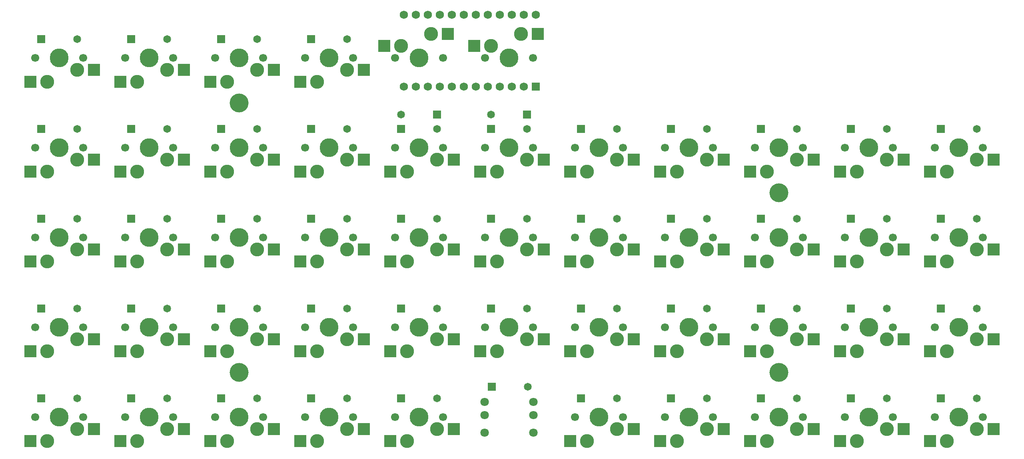
<source format=gbs>
G04 #@! TF.GenerationSoftware,KiCad,Pcbnew,(5.1.10)-1*
G04 #@! TF.CreationDate,2021-10-22T01:42:52-05:00*
G04 #@! TF.ProjectId,DTM,44544d2e-6b69-4636-9164-5f7063625858,rev?*
G04 #@! TF.SameCoordinates,Original*
G04 #@! TF.FileFunction,Soldermask,Bot*
G04 #@! TF.FilePolarity,Negative*
%FSLAX46Y46*%
G04 Gerber Fmt 4.6, Leading zero omitted, Abs format (unit mm)*
G04 Created by KiCad (PCBNEW (5.1.10)-1) date 2021-10-22 01:42:52*
%MOMM*%
%LPD*%
G01*
G04 APERTURE LIST*
%ADD10C,4.000000*%
%ADD11R,2.550000X2.500000*%
%ADD12C,3.980180*%
%ADD13C,2.950000*%
%ADD14C,1.700000*%
%ADD15R,1.651000X1.651000*%
%ADD16C,1.651000*%
%ADD17C,1.800000*%
%ADD18C,1.752600*%
%ADD19R,1.752600X1.752600*%
G04 APERTURE END LIST*
D10*
X88100000Y-59525000D03*
X202400000Y-116675000D03*
X88100000Y-116675000D03*
X202400000Y-78575000D03*
D11*
X76410000Y-52540000D03*
D12*
X69050000Y-50000000D03*
D13*
X66510000Y-55080000D03*
X72860000Y-52540000D03*
D11*
X62960000Y-55080000D03*
D14*
X63970000Y-50000000D03*
X74130000Y-50000000D03*
D15*
X236690000Y-122200000D03*
D16*
X244310000Y-122200000D03*
D15*
X236690000Y-103150000D03*
D16*
X244310000Y-103150000D03*
D15*
X236690000Y-84100000D03*
D16*
X244310000Y-84100000D03*
D15*
X236690000Y-65050000D03*
D16*
X244310000Y-65050000D03*
D15*
X217640000Y-122200000D03*
D16*
X225260000Y-122200000D03*
D15*
X217640000Y-103150000D03*
D16*
X225260000Y-103150000D03*
D15*
X217640000Y-84100000D03*
D16*
X225260000Y-84100000D03*
D15*
X217640000Y-65050000D03*
D16*
X225260000Y-65050000D03*
D15*
X198590000Y-122200000D03*
D16*
X206210000Y-122200000D03*
D15*
X198590000Y-103150000D03*
D16*
X206210000Y-103150000D03*
D15*
X198590000Y-84100000D03*
D16*
X206210000Y-84100000D03*
D15*
X198590000Y-65050000D03*
D16*
X206210000Y-65050000D03*
D15*
X179540000Y-122200000D03*
D16*
X187160000Y-122200000D03*
D15*
X179540000Y-103150000D03*
D16*
X187160000Y-103150000D03*
D15*
X179540000Y-84100000D03*
D16*
X187160000Y-84100000D03*
D15*
X179540000Y-65050000D03*
D16*
X187160000Y-65050000D03*
D15*
X160490000Y-122200000D03*
D16*
X168110000Y-122200000D03*
D15*
X160490000Y-103150000D03*
D16*
X168110000Y-103150000D03*
D15*
X160490000Y-84100000D03*
D16*
X168110000Y-84100000D03*
D15*
X160490000Y-65050000D03*
D16*
X168110000Y-65050000D03*
D15*
X141600000Y-119750000D03*
D16*
X149220000Y-119750000D03*
D15*
X141440000Y-103150000D03*
D16*
X149060000Y-103150000D03*
D15*
X141440000Y-84100000D03*
D16*
X149060000Y-84100000D03*
D15*
X141440000Y-65050000D03*
D16*
X149060000Y-65050000D03*
D15*
X149060000Y-62000000D03*
D16*
X141440000Y-62000000D03*
D15*
X122390000Y-122200000D03*
D16*
X130010000Y-122200000D03*
D15*
X122390000Y-103150000D03*
D16*
X130010000Y-103150000D03*
D15*
X122390000Y-84100000D03*
D16*
X130010000Y-84100000D03*
D15*
X122390000Y-65050000D03*
D16*
X130010000Y-65050000D03*
D15*
X130010000Y-62000000D03*
D16*
X122390000Y-62000000D03*
D15*
X103340000Y-122200000D03*
D16*
X110960000Y-122200000D03*
D15*
X103340000Y-103150000D03*
D16*
X110960000Y-103150000D03*
D15*
X103340000Y-84100000D03*
D16*
X110960000Y-84100000D03*
D15*
X103340000Y-65050000D03*
D16*
X110960000Y-65050000D03*
D15*
X103340000Y-46000000D03*
D16*
X110960000Y-46000000D03*
D15*
X84290000Y-122200000D03*
D16*
X91910000Y-122200000D03*
D15*
X84290000Y-103150000D03*
D16*
X91910000Y-103150000D03*
D15*
X84290000Y-84100000D03*
D16*
X91910000Y-84100000D03*
D15*
X84290000Y-65050000D03*
D16*
X91910000Y-65050000D03*
D15*
X84290000Y-46000000D03*
D16*
X91910000Y-46000000D03*
D15*
X65240000Y-122200000D03*
D16*
X72860000Y-122200000D03*
D15*
X65240000Y-103150000D03*
D16*
X72860000Y-103150000D03*
D15*
X65240000Y-84100000D03*
D16*
X72860000Y-84100000D03*
D15*
X65240000Y-65050000D03*
D16*
X72860000Y-65050000D03*
D15*
X65240000Y-46000000D03*
D16*
X72860000Y-46000000D03*
D15*
X46190000Y-122200000D03*
D16*
X53810000Y-122200000D03*
D15*
X46190000Y-103150000D03*
D16*
X53810000Y-103150000D03*
D15*
X46190000Y-84100000D03*
D16*
X53810000Y-84100000D03*
D15*
X46190000Y-65050000D03*
D16*
X53810000Y-65050000D03*
D15*
X46190000Y-46000000D03*
D16*
X53810000Y-46000000D03*
D11*
X57360000Y-52540000D03*
D12*
X50000000Y-50000000D03*
D13*
X47460000Y-55080000D03*
X53810000Y-52540000D03*
D11*
X43910000Y-55080000D03*
D14*
X44920000Y-50000000D03*
X55080000Y-50000000D03*
D11*
X76410000Y-90640000D03*
D12*
X69050000Y-88100000D03*
D13*
X66510000Y-93180000D03*
X72860000Y-90640000D03*
D11*
X62960000Y-93180000D03*
D14*
X63970000Y-88100000D03*
X74130000Y-88100000D03*
D11*
X247860000Y-128740000D03*
D12*
X240500000Y-126200000D03*
D13*
X237960000Y-131280000D03*
X244310000Y-128740000D03*
D11*
X234410000Y-131280000D03*
D14*
X235420000Y-126200000D03*
X245580000Y-126200000D03*
D11*
X247860000Y-109690000D03*
D12*
X240500000Y-107150000D03*
D13*
X237960000Y-112230000D03*
X244310000Y-109690000D03*
D11*
X234410000Y-112230000D03*
D14*
X235420000Y-107150000D03*
X245580000Y-107150000D03*
D11*
X247860000Y-90640000D03*
D12*
X240500000Y-88100000D03*
D13*
X237960000Y-93180000D03*
X244310000Y-90640000D03*
D11*
X234410000Y-93180000D03*
D14*
X235420000Y-88100000D03*
X245580000Y-88100000D03*
D11*
X247860000Y-71590000D03*
D12*
X240500000Y-69050000D03*
D13*
X237960000Y-74130000D03*
X244310000Y-71590000D03*
D11*
X234410000Y-74130000D03*
D14*
X235420000Y-69050000D03*
X245580000Y-69050000D03*
D11*
X228810000Y-128740000D03*
D12*
X221450000Y-126200000D03*
D13*
X218910000Y-131280000D03*
X225260000Y-128740000D03*
D11*
X215360000Y-131280000D03*
D14*
X216370000Y-126200000D03*
X226530000Y-126200000D03*
D11*
X228810000Y-109690000D03*
D12*
X221450000Y-107150000D03*
D13*
X218910000Y-112230000D03*
X225260000Y-109690000D03*
D11*
X215360000Y-112230000D03*
D14*
X216370000Y-107150000D03*
X226530000Y-107150000D03*
D11*
X228810000Y-90640000D03*
D12*
X221450000Y-88100000D03*
D13*
X218910000Y-93180000D03*
X225260000Y-90640000D03*
D11*
X215360000Y-93180000D03*
D14*
X216370000Y-88100000D03*
X226530000Y-88100000D03*
D11*
X228810000Y-71590000D03*
D12*
X221450000Y-69050000D03*
D13*
X218910000Y-74130000D03*
X225260000Y-71590000D03*
D11*
X215360000Y-74130000D03*
D14*
X216370000Y-69050000D03*
X226530000Y-69050000D03*
D11*
X209760000Y-128740000D03*
D12*
X202400000Y-126200000D03*
D13*
X199860000Y-131280000D03*
X206210000Y-128740000D03*
D11*
X196310000Y-131280000D03*
D14*
X197320000Y-126200000D03*
X207480000Y-126200000D03*
D11*
X209760000Y-109690000D03*
D12*
X202400000Y-107150000D03*
D13*
X199860000Y-112230000D03*
X206210000Y-109690000D03*
D11*
X196310000Y-112230000D03*
D14*
X197320000Y-107150000D03*
X207480000Y-107150000D03*
D11*
X209760000Y-90640000D03*
D12*
X202400000Y-88100000D03*
D13*
X199860000Y-93180000D03*
X206210000Y-90640000D03*
D11*
X196310000Y-93180000D03*
D14*
X197320000Y-88100000D03*
X207480000Y-88100000D03*
D11*
X209760000Y-71590000D03*
D12*
X202400000Y-69050000D03*
D13*
X199860000Y-74130000D03*
X206210000Y-71590000D03*
D11*
X196310000Y-74130000D03*
D14*
X197320000Y-69050000D03*
X207480000Y-69050000D03*
D11*
X190710000Y-128740000D03*
D12*
X183350000Y-126200000D03*
D13*
X180810000Y-131280000D03*
X187160000Y-128740000D03*
D11*
X177260000Y-131280000D03*
D14*
X178270000Y-126200000D03*
X188430000Y-126200000D03*
D11*
X190710000Y-109690000D03*
D12*
X183350000Y-107150000D03*
D13*
X180810000Y-112230000D03*
X187160000Y-109690000D03*
D11*
X177260000Y-112230000D03*
D14*
X178270000Y-107150000D03*
X188430000Y-107150000D03*
D11*
X190710000Y-90640000D03*
D12*
X183350000Y-88100000D03*
D13*
X180810000Y-93180000D03*
X187160000Y-90640000D03*
D11*
X177260000Y-93180000D03*
D14*
X178270000Y-88100000D03*
X188430000Y-88100000D03*
D11*
X190710000Y-71590000D03*
D12*
X183350000Y-69050000D03*
D13*
X180810000Y-74130000D03*
X187160000Y-71590000D03*
D11*
X177260000Y-74130000D03*
D14*
X178270000Y-69050000D03*
X188430000Y-69050000D03*
D11*
X171660000Y-128740000D03*
D12*
X164300000Y-126200000D03*
D13*
X161760000Y-131280000D03*
X168110000Y-128740000D03*
D11*
X158210000Y-131280000D03*
D14*
X159220000Y-126200000D03*
X169380000Y-126200000D03*
D11*
X171660000Y-109690000D03*
D12*
X164300000Y-107150000D03*
D13*
X161760000Y-112230000D03*
X168110000Y-109690000D03*
D11*
X158210000Y-112230000D03*
D14*
X159220000Y-107150000D03*
X169380000Y-107150000D03*
D11*
X171660000Y-90640000D03*
D12*
X164300000Y-88100000D03*
D13*
X161760000Y-93180000D03*
X168110000Y-90640000D03*
D11*
X158210000Y-93180000D03*
D14*
X159220000Y-88100000D03*
X169380000Y-88100000D03*
D11*
X171660000Y-71590000D03*
D12*
X164300000Y-69050000D03*
D13*
X161760000Y-74130000D03*
X168110000Y-71590000D03*
D11*
X158210000Y-74130000D03*
D14*
X159220000Y-69050000D03*
X169380000Y-69050000D03*
D11*
X152610000Y-109690000D03*
D12*
X145250000Y-107150000D03*
D13*
X142710000Y-112230000D03*
X149060000Y-109690000D03*
D11*
X139160000Y-112230000D03*
D14*
X140170000Y-107150000D03*
X150330000Y-107150000D03*
D11*
X152610000Y-90640000D03*
D12*
X145250000Y-88100000D03*
D13*
X142710000Y-93180000D03*
X149060000Y-90640000D03*
D11*
X139160000Y-93180000D03*
D14*
X140170000Y-88100000D03*
X150330000Y-88100000D03*
D11*
X152610000Y-71590000D03*
D12*
X145250000Y-69050000D03*
D13*
X142710000Y-74130000D03*
X149060000Y-71590000D03*
D11*
X139160000Y-74130000D03*
D14*
X140170000Y-69050000D03*
X150330000Y-69050000D03*
D11*
X137890000Y-47460000D03*
D12*
X145250000Y-50000000D03*
D13*
X147790000Y-44920000D03*
X141440000Y-47460000D03*
D11*
X151340000Y-44920000D03*
D14*
X150330000Y-50000000D03*
X140170000Y-50000000D03*
D11*
X133560000Y-128740000D03*
D12*
X126200000Y-126200000D03*
D13*
X123660000Y-131280000D03*
X130010000Y-128740000D03*
D11*
X120110000Y-131280000D03*
D14*
X121120000Y-126200000D03*
X131280000Y-126200000D03*
D11*
X133560000Y-109690000D03*
D12*
X126200000Y-107150000D03*
D13*
X123660000Y-112230000D03*
X130010000Y-109690000D03*
D11*
X120110000Y-112230000D03*
D14*
X121120000Y-107150000D03*
X131280000Y-107150000D03*
D11*
X133560000Y-90640000D03*
D12*
X126200000Y-88100000D03*
D13*
X123660000Y-93180000D03*
X130010000Y-90640000D03*
D11*
X120110000Y-93180000D03*
D14*
X121120000Y-88100000D03*
X131280000Y-88100000D03*
D11*
X133560000Y-71590000D03*
D12*
X126200000Y-69050000D03*
D13*
X123660000Y-74130000D03*
X130010000Y-71590000D03*
D11*
X120110000Y-74130000D03*
D14*
X121120000Y-69050000D03*
X131280000Y-69050000D03*
D11*
X118840000Y-47460000D03*
D12*
X126200000Y-50000000D03*
D13*
X128740000Y-44920000D03*
X122390000Y-47460000D03*
D11*
X132290000Y-44920000D03*
D14*
X131280000Y-50000000D03*
X121120000Y-50000000D03*
D11*
X114510000Y-128740000D03*
D12*
X107150000Y-126200000D03*
D13*
X104610000Y-131280000D03*
X110960000Y-128740000D03*
D11*
X101060000Y-131280000D03*
D14*
X102070000Y-126200000D03*
X112230000Y-126200000D03*
D11*
X114510000Y-109690000D03*
D12*
X107150000Y-107150000D03*
D13*
X104610000Y-112230000D03*
X110960000Y-109690000D03*
D11*
X101060000Y-112230000D03*
D14*
X102070000Y-107150000D03*
X112230000Y-107150000D03*
D11*
X114510000Y-90640000D03*
D12*
X107150000Y-88100000D03*
D13*
X104610000Y-93180000D03*
X110960000Y-90640000D03*
D11*
X101060000Y-93180000D03*
D14*
X102070000Y-88100000D03*
X112230000Y-88100000D03*
D11*
X114510000Y-71590000D03*
D12*
X107150000Y-69050000D03*
D13*
X104610000Y-74130000D03*
X110960000Y-71590000D03*
D11*
X101060000Y-74130000D03*
D14*
X102070000Y-69050000D03*
X112230000Y-69050000D03*
D11*
X114510000Y-52540000D03*
D12*
X107150000Y-50000000D03*
D13*
X104610000Y-55080000D03*
X110960000Y-52540000D03*
D11*
X101060000Y-55080000D03*
D14*
X102070000Y-50000000D03*
X112230000Y-50000000D03*
D11*
X95460000Y-128740000D03*
D12*
X88100000Y-126200000D03*
D13*
X85560000Y-131280000D03*
X91910000Y-128740000D03*
D11*
X82010000Y-131280000D03*
D14*
X83020000Y-126200000D03*
X93180000Y-126200000D03*
D11*
X95460000Y-109690000D03*
D12*
X88100000Y-107150000D03*
D13*
X85560000Y-112230000D03*
X91910000Y-109690000D03*
D11*
X82010000Y-112230000D03*
D14*
X83020000Y-107150000D03*
X93180000Y-107150000D03*
D11*
X95460000Y-90640000D03*
D12*
X88100000Y-88100000D03*
D13*
X85560000Y-93180000D03*
X91910000Y-90640000D03*
D11*
X82010000Y-93180000D03*
D14*
X83020000Y-88100000D03*
X93180000Y-88100000D03*
D11*
X95460000Y-71590000D03*
D12*
X88100000Y-69050000D03*
D13*
X85560000Y-74130000D03*
X91910000Y-71590000D03*
D11*
X82010000Y-74130000D03*
D14*
X83020000Y-69050000D03*
X93180000Y-69050000D03*
D11*
X95460000Y-52540000D03*
D12*
X88100000Y-50000000D03*
D13*
X85560000Y-55080000D03*
X91910000Y-52540000D03*
D11*
X82010000Y-55080000D03*
D14*
X83020000Y-50000000D03*
X93180000Y-50000000D03*
D11*
X76410000Y-128740000D03*
D12*
X69050000Y-126200000D03*
D13*
X66510000Y-131280000D03*
X72860000Y-128740000D03*
D11*
X62960000Y-131280000D03*
D14*
X63970000Y-126200000D03*
X74130000Y-126200000D03*
D11*
X76410000Y-109690000D03*
D12*
X69050000Y-107150000D03*
D13*
X66510000Y-112230000D03*
X72860000Y-109690000D03*
D11*
X62960000Y-112230000D03*
D14*
X63970000Y-107150000D03*
X74130000Y-107150000D03*
D11*
X76410000Y-71590000D03*
D12*
X69050000Y-69050000D03*
D13*
X66510000Y-74130000D03*
X72860000Y-71590000D03*
D11*
X62960000Y-74130000D03*
D14*
X63970000Y-69050000D03*
X74130000Y-69050000D03*
D11*
X57360000Y-128740000D03*
D12*
X50000000Y-126200000D03*
D13*
X47460000Y-131280000D03*
X53810000Y-128740000D03*
D11*
X43910000Y-131280000D03*
D14*
X44920000Y-126200000D03*
X55080000Y-126200000D03*
D11*
X57360000Y-109690000D03*
D12*
X50000000Y-107150000D03*
D13*
X47460000Y-112230000D03*
X53810000Y-109690000D03*
D11*
X43910000Y-112230000D03*
D14*
X44920000Y-107150000D03*
X55080000Y-107150000D03*
D11*
X57360000Y-90640000D03*
D12*
X50000000Y-88100000D03*
D13*
X47460000Y-93180000D03*
X53810000Y-90640000D03*
D11*
X43910000Y-93180000D03*
D14*
X44920000Y-88100000D03*
X55080000Y-88100000D03*
D11*
X57360000Y-71590000D03*
D12*
X50000000Y-69050000D03*
D13*
X47460000Y-74130000D03*
X53810000Y-71590000D03*
D11*
X43910000Y-74130000D03*
D14*
X44920000Y-69050000D03*
X55080000Y-69050000D03*
D17*
X140100000Y-125750000D03*
X150400000Y-125750000D03*
X150400000Y-129450000D03*
X150400000Y-122950000D03*
X140100000Y-129450000D03*
X140100000Y-122950000D03*
D18*
X150920000Y-40880000D03*
X122980000Y-56120000D03*
X148380000Y-40880000D03*
X145840000Y-40880000D03*
X143300000Y-40880000D03*
X140760000Y-40880000D03*
X138220000Y-40880000D03*
X135680000Y-40880000D03*
X133140000Y-40880000D03*
X130600000Y-40880000D03*
X128060000Y-40880000D03*
X125520000Y-40880000D03*
X122980000Y-40880000D03*
X125520000Y-56120000D03*
X128060000Y-56120000D03*
X130600000Y-56120000D03*
X133140000Y-56120000D03*
X135680000Y-56120000D03*
X138220000Y-56120000D03*
X140760000Y-56120000D03*
X143300000Y-56120000D03*
X145840000Y-56120000D03*
X148380000Y-56120000D03*
D19*
X150920000Y-56120000D03*
M02*

</source>
